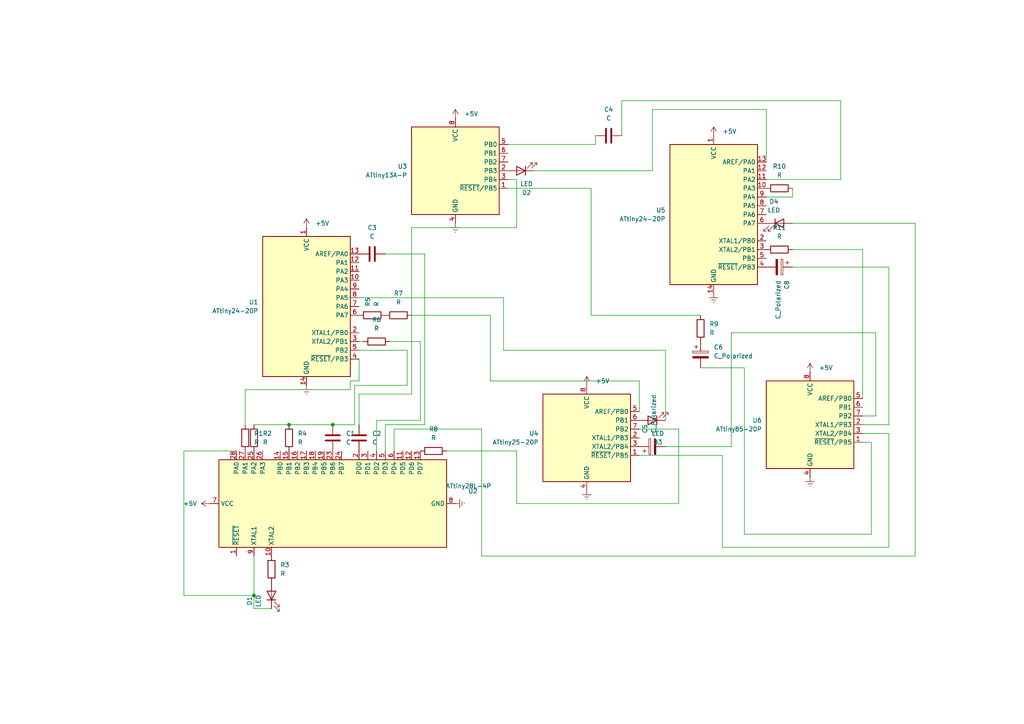
<source format=kicad_sch>
(kicad_sch (version 20211123) (generator eeschema)
  (paper "A4")
  (lib_symbols
    (symbol "Device:C" (pin_numbers hide) (pin_names (offset 0.254))
      (property "Reference" "C" (at 0.635 2.54 0))
      (property "Value" "C" (at 0.635 -2.54 0))
      (symbol "C_0_1"
        (polyline (pts (xy -2.032 -0.762) (xy 2.032 -0.762)) (stroke (width 0.508)))
        (polyline (pts (xy -2.032 0.762) (xy 2.032 0.762)) (stroke (width 0.508)))
      )
      (symbol "C_1_1"
        (pin passive line (at 0 3.81 270) (length 2.794) (name "~") (number "1"))
        (pin passive line (at 0 -3.81 90) (length 2.794) (name "~") (number "2"))
      )
    )
    (symbol "Device:C_Polarized" (pin_numbers hide) (pin_names (offset 0.254))
      (property "Reference" "C" (at 0.635 2.54 0))
      (property "Value" "C_Polarized" (at 0.635 -2.54 0))
      (symbol "C_Polarized_0_1"
        (rectangle (start -2.286 0.508) (end 2.286 1.016))
        (polyline (pts (xy -1.778 2.286) (xy -0.762 2.286)))
        (polyline (pts (xy -1.27 2.794) (xy -1.27 1.778)))
        (rectangle (start 2.286 -0.508) (end -2.286 -1.016) (fill (type outline)))
      )
      (symbol "C_Polarized_1_1"
        (pin passive line (at 0 3.81 270) (length 2.794) (name "~") (number "1"))
        (pin passive line (at 0 -3.81 90) (length 2.794) (name "~") (number "2"))
      )
    )
    (symbol "Device:LED" (pin_numbers hide) (pin_names (offset 1.016) hide)
      (property "Reference" "D" (at 0 2.54 0))
      (property "Value" "LED" (at 0 -2.54 0))
      (symbol "LED_0_1"
        (polyline (pts (xy -1.27 -1.27) (xy -1.27 1.27)) (stroke (width 0.254)))
        (polyline (pts (xy -1.27 0) (xy 1.27 0)))
        (polyline (pts (xy 1.27 -1.27) (xy 1.27 1.27) (xy -1.27 0) (xy 1.27 -1.27)) (stroke (width 0.254)))
        (polyline (pts (xy -3.048 -0.762) (xy -4.572 -2.286) (xy -3.81 -2.286) (xy -4.572 -2.286) (xy -4.572 -1.524)))
        (polyline (pts (xy -1.778 -0.762) (xy -3.302 -2.286) (xy -2.54 -2.286) (xy -3.302 -2.286) (xy -3.302 -1.524)))
      )
      (symbol "LED_1_1"
        (pin passive line (at -3.81 0 0) (length 2.54) (name "K") (number "1"))
        (pin passive line (at 3.81 0 180) (length 2.54) (name "A") (number "2"))
      )
    )
    (symbol "Device:R" (pin_numbers hide) (pin_names (offset 0))
      (property "Reference" "R" (at 2.032 0 90))
      (property "Value" "R" (at 0 0 90))
      (symbol "R_0_1"
        (rectangle (start -1.016 -2.54) (end 1.016 2.54) (stroke (width 0.254)))
      )
      (symbol "R_1_1"
        (pin passive line (at 0 3.81 270) (length 1.27) (name "~") (number "1"))
        (pin passive line (at 0 -3.81 90) (length 1.27) (name "~") (number "2"))
      )
    )
    (symbol "MCU_Microchip_ATtiny:ATtiny13A-P"
      (property "Reference" "U" (at -12.7 13.97 0))
      (property "Value" "ATtiny13A-P" (at 2.54 -13.97 0))
      (symbol "ATtiny13A-P_0_1"
        (rectangle (start -12.7 -12.7) (end 12.7 12.7) (stroke (width 0.254)) (fill (type background)))
      )
      (symbol "ATtiny13A-P_1_1"
        (pin bidirectional line (at 15.24 -5.08 180) (length 2.54) (name "~{RESET}/PB5") (number "1"))
        (pin bidirectional line (at 15.24 0 180) (length 2.54) (name "PB3") (number "2"))
        (pin bidirectional line (at 15.24 -2.54 180) (length 2.54) (name "PB4") (number "3"))
        (pin power_in line (at 0 -15.24 90) (length 2.54) (name "GND") (number "4"))
        (pin bidirectional line (at 15.24 7.62 180) (length 2.54) (name "PB0") (number "5"))
        (pin bidirectional line (at 15.24 5.08 180) (length 2.54) (name "PB1") (number "6"))
        (pin bidirectional line (at 15.24 2.54 180) (length 2.54) (name "PB2") (number "7"))
        (pin power_in line (at 0 15.24 270) (length 2.54) (name "VCC") (number "8"))
      )
    )
    (symbol "MCU_Microchip_ATtiny:ATtiny24-20P"
      (property "Reference" "U" (at -12.7 21.59 0))
      (property "Value" "ATtiny24-20P" (at 2.54 -21.59 0))
      (symbol "ATtiny24-20P_0_1"
        (rectangle (start -12.7 -20.32) (end 12.7 20.32) (stroke (width 0.254)) (fill (type background)))
      )
      (symbol "ATtiny24-20P_1_1"
        (pin power_in line (at 0 22.86 270) (length 2.54) (name "VCC") (number "1"))
        (pin bidirectional line (at 15.24 7.62 180) (length 2.54) (name "PA3") (number "10"))
        (pin bidirectional line (at 15.24 10.16 180) (length 2.54) (name "PA2") (number "11"))
        (pin bidirectional line (at 15.24 12.7 180) (length 2.54) (name "PA1") (number "12"))
        (pin bidirectional line (at 15.24 15.24 180) (length 2.54) (name "AREF/PA0") (number "13"))
        (pin power_in line (at 0 -22.86 90) (length 2.54) (name "GND") (number "14"))
        (pin bidirectional line (at 15.24 -7.62 180) (length 2.54) (name "XTAL1/PB0") (number "2"))
        (pin bidirectional line (at 15.24 -10.16 180) (length 2.54) (name "XTAL2/PB1") (number "3"))
        (pin bidirectional line (at 15.24 -15.24 180) (length 2.54) (name "~{RESET}/PB3") (number "4"))
        (pin bidirectional line (at 15.24 -12.7 180) (length 2.54) (name "PB2") (number "5"))
        (pin bidirectional line (at 15.24 -2.54 180) (length 2.54) (name "PA7") (number "6"))
        (pin bidirectional line (at 15.24 0 180) (length 2.54) (name "PA6") (number "7"))
        (pin bidirectional line (at 15.24 2.54 180) (length 2.54) (name "PA5") (number "8"))
        (pin bidirectional line (at 15.24 5.08 180) (length 2.54) (name "PA4") (number "9"))
      )
    )
    (symbol "MCU_Microchip_ATtiny:ATtiny25-20P"
      (property "Reference" "U" (at -12.7 13.97 0))
      (property "Value" "ATtiny25-20P" (at 2.54 -13.97 0))
      (symbol "ATtiny25-20P_0_1"
        (rectangle (start -12.7 -12.7) (end 12.7 12.7) (stroke (width 0.254)) (fill (type background)))
      )
      (symbol "ATtiny25-20P_1_1"
        (pin bidirectional line (at 15.24 -5.08 180) (length 2.54) (name "~{RESET}/PB5") (number "1"))
        (pin bidirectional line (at 15.24 0 180) (length 2.54) (name "XTAL1/PB3") (number "2"))
        (pin bidirectional line (at 15.24 -2.54 180) (length 2.54) (name "XTAL2/PB4") (number "3"))
        (pin power_in line (at 0 -15.24 90) (length 2.54) (name "GND") (number "4"))
        (pin bidirectional line (at 15.24 7.62 180) (length 2.54) (name "AREF/PB0") (number "5"))
        (pin bidirectional line (at 15.24 5.08 180) (length 2.54) (name "PB1") (number "6"))
        (pin bidirectional line (at 15.24 2.54 180) (length 2.54) (name "PB2") (number "7"))
        (pin power_in line (at 0 15.24 270) (length 2.54) (name "VCC") (number "8"))
      )
    )
    (symbol "MCU_Microchip_ATtiny:ATtiny28L-4P"
      (property "Reference" "U" (at -12.7 34.29 0))
      (property "Value" "ATtiny28L-4P" (at 2.54 -34.29 0))
      (symbol "ATtiny28L-4P_0_1"
        (rectangle (start -12.7 -33.02) (end 12.7 33.02) (stroke (width 0.254)) (fill (type background)))
      )
      (symbol "ATtiny28L-4P_1_1"
        (pin input line (at -15.24 27.94 0) (length 2.54) (name "~{RESET}") (number "1"))
        (pin output line (at -15.24 17.78 0) (length 2.54) (name "XTAL2") (number "10"))
        (pin bidirectional line (at 15.24 -20.32 180) (length 2.54) (name "PD5") (number "11"))
        (pin bidirectional line (at 15.24 -22.86 180) (length 2.54) (name "PD6") (number "12"))
        (pin bidirectional line (at 15.24 -25.4 180) (length 2.54) (name "PD7") (number "13"))
        (pin bidirectional line (at 15.24 15.24 180) (length 2.54) (name "PB0") (number "14"))
        (pin bidirectional line (at 15.24 12.7 180) (length 2.54) (name "PB1") (number "15"))
        (pin bidirectional line (at 15.24 10.16 180) (length 2.54) (name "PB2") (number "16"))
        (pin bidirectional line (at 15.24 7.62 180) (length 2.54) (name "PB3") (number "17"))
        (pin bidirectional line (at 15.24 5.08 180) (length 2.54) (name "PB4") (number "18"))
        (pin bidirectional line (at 15.24 2.54 180) (length 2.54) (name "PB5") (number "19"))
        (pin bidirectional line (at 15.24 -7.62 180) (length 2.54) (name "PD0") (number "2"))
        (pin passive line (at 0 35.56 270) (length 2.54) hide (name "VCC") (number "20"))
        (pin no_connect line (at -12.7 -30.48 0) (length 2.54) hide (name "NC") (number "21"))
        (pin passive line (at 0 -35.56 90) (length 2.54) hide (name "GND") (number "22"))
        (pin bidirectional line (at 15.24 0 180) (length 2.54) (name "PB6") (number "23"))
        (pin bidirectional line (at 15.24 -2.54 180) (length 2.54) (name "PB7") (number "24"))
        (pin bidirectional line (at 15.24 22.86 180) (length 2.54) (name "PA2") (number "25"))
        (pin bidirectional line (at 15.24 20.32 180) (length 2.54) (name "PA3") (number "26"))
        (pin bidirectional line (at 15.24 25.4 180) (length 2.54) (name "PA1") (number "27"))
        (pin bidirectional line (at 15.24 27.94 180) (length 2.54) (name "PA0") (number "28"))
        (pin bidirectional line (at 15.24 -10.16 180) (length 2.54) (name "PD1") (number "3"))
        (pin bidirectional line (at 15.24 -12.7 180) (length 2.54) (name "PD2") (number "4"))
        (pin bidirectional line (at 15.24 -15.24 180) (length 2.54) (name "PD3") (number "5"))
        (pin bidirectional line (at 15.24 -17.78 180) (length 2.54) (name "PD4") (number "6"))
        (pin power_in line (at 0 35.56 270) (length 2.54) (name "VCC") (number "7"))
        (pin power_in line (at 0 -35.56 90) (length 2.54) (name "GND") (number "8"))
        (pin input line (at -15.24 22.86 0) (length 2.54) (name "XTAL1") (number "9"))
      )
    )
    (symbol "MCU_Microchip_ATtiny:ATtiny85-20P"
      (property "Reference" "U" (at -12.7 13.97 0))
      (property "Value" "ATtiny85-20P" (at 2.54 -13.97 0))
      (symbol "ATtiny85-20P_0_1"
        (rectangle (start -12.7 -12.7) (end 12.7 12.7) (stroke (width 0.254)) (fill (type background)))
      )
      (symbol "ATtiny85-20P_1_1"
        (pin bidirectional line (at 15.24 -5.08 180) (length 2.54) (name "~{RESET}/PB5") (number "1"))
        (pin bidirectional line (at 15.24 0 180) (length 2.54) (name "XTAL1/PB3") (number "2"))
        (pin bidirectional line (at 15.24 -2.54 180) (length 2.54) (name "XTAL2/PB4") (number "3"))
        (pin power_in line (at 0 -15.24 90) (length 2.54) (name "GND") (number "4"))
        (pin bidirectional line (at 15.24 7.62 180) (length 2.54) (name "AREF/PB0") (number "5"))
        (pin bidirectional line (at 15.24 5.08 180) (length 2.54) (name "PB1") (number "6"))
        (pin bidirectional line (at 15.24 2.54 180) (length 2.54) (name "PB2") (number "7"))
        (pin power_in line (at 0 15.24 270) (length 2.54) (name "VCC") (number "8"))
      )
    )
    (symbol "power:+5V" (power) (pin_names (offset 0))
      (property "Value" "+5V" (at 0 3.556 0))
      (symbol "+5V_0_1"
        (polyline (pts (xy -0.762 1.27) (xy 0 2.54)))
        (polyline (pts (xy 0 0) (xy 0 2.54)))
        (polyline (pts (xy 0 2.54) (xy 0.762 1.27)))
      )
      (symbol "+5V_1_1"
        (pin power_in line (at 0 0 90) (length 0) hide (name "+5V") (number "1"))
      )
    )
    (symbol "power:Earth" (power) (pin_names (offset 0))
      (symbol "Earth_0_1"
        (polyline (pts (xy -0.635 -1.905) (xy 0.635 -1.905)))
        (polyline (pts (xy -0.127 -2.54) (xy 0.127 -2.54)))
        (polyline (pts (xy 0 -1.27) (xy 0 0)))
        (polyline (pts (xy 1.27 -1.27) (xy -1.27 -1.27)))
      )
      (symbol "Earth_1_1"
        (pin power_in line (at 0 0 270) (length 0) hide (name "Earth") (number "1"))
      )
    )
  )
  (junction (at 96.52 123.19))
  (junction (at 73.66 172.72))
  (junction (at 83.82 123.19))
  (wire (pts (xy 172.72 41.91) (xy 172.72 39.37)))
  (wire (pts (xy 196.85 124.46) (xy 185.42 124.46)))
  (wire (pts (xy 71.12 123.19) (xy 71.12 113.03)))
  (wire (pts (xy 229.87 57.15) (xy 222.25 57.15)))
  (wire (pts (xy 119.38 66.04) (xy 149.86 66.04)))
  (wire (pts (xy 102.87 111.76) (xy 118.11 111.76)))
  (wire (pts (xy 193.04 129.54) (xy 212.09 129.54)))
  (wire (pts (xy 254 96.52) (xy 254 120.65)))
  (wire (pts (xy 73.66 176.53) (xy 73.66 172.72)))
  (wire (pts (xy 215.9 154.94) (xy 252.73 154.94)))
  (wire (pts (xy 109.22 121.92) (xy 109.22 130.81)))
  (wire (pts (xy 139.7 124.46) (xy 114.3 124.46)))
  (wire (pts (xy 68.58 130.81) (xy 53.34 130.81)))
  (wire (pts (xy 215.9 106.68) (xy 215.9 154.94)))
  (wire (pts (xy 149.86 66.04) (xy 149.86 52.07)))
  (wire (pts (xy 252.73 154.94) (xy 252.73 128.27)))
  (wire (pts (xy 212.09 129.54) (xy 212.09 96.52)))
  (wire (pts (xy 104.14 110.49) (xy 104.14 104.14)))
  (wire (pts (xy 149.86 146.05) (xy 196.85 146.05)))
  (wire (pts (xy 229.87 72.39) (xy 250.19 72.39)))
  (wire (pts (xy 73.66 172.72) (xy 73.66 161.29)))
  (wire (pts (xy 243.84 52.07) (xy 222.25 52.07)))
  (wire (pts (xy 104.14 123.19) (xy 104.14 114.3)))
  (wire (pts (xy 180.34 29.21) (xy 243.84 29.21)))
  (wire (pts (xy 257.81 125.73) (xy 250.19 125.73)))
  (wire (pts (xy 111.76 73.66) (xy 123.19 73.66)))
  (wire (pts (xy 154.94 49.53) (xy 189.23 49.53)))
  (wire (pts (xy 193.04 101.6) (xy 146.05 101.6)))
  (wire (pts (xy 111.76 123.19) (xy 111.76 130.81)))
  (wire (pts (xy 146.05 86.36) (xy 104.14 86.36)))
  (wire (pts (xy 185.42 132.08) (xy 209.55 132.08)))
  (wire (pts (xy 118.11 111.76) (xy 118.11 101.6)))
  (wire (pts (xy 149.86 52.07) (xy 147.32 52.07)))
  (wire (pts (xy 104.14 114.3) (xy 119.38 114.3)))
  (wire (pts (xy 101.6 113.03) (xy 101.6 110.49)))
  (wire (pts (xy 209.55 132.08) (xy 209.55 158.75)))
  (wire (pts (xy 104.14 99.06) (xy 105.41 99.06)))
  (wire (pts (xy 121.92 99.06) (xy 121.92 121.92)))
  (wire (pts (xy 102.87 123.19) (xy 102.87 111.76)))
  (wire (pts (xy 113.03 99.06) (xy 121.92 99.06)))
  (wire (pts (xy 171.45 54.61) (xy 147.32 54.61)))
  (wire (pts (xy 203.2 106.68) (xy 215.9 106.68)))
  (wire (pts (xy 83.82 123.19) (xy 96.52 123.19)))
  (wire (pts (xy 257.81 123.19) (xy 250.19 123.19)))
  (wire (pts (xy 229.87 64.77) (xy 265.43 64.77)))
  (wire (pts (xy 257.81 77.47) (xy 257.81 123.19)))
  (wire (pts (xy 123.19 123.19) (xy 111.76 123.19)))
  (wire (pts (xy 142.24 110.49) (xy 185.42 110.49)))
  (wire (pts (xy 71.12 113.03) (xy 101.6 113.03)))
  (wire (pts (xy 119.38 66.04) (xy 119.38 114.3)))
  (wire (pts (xy 252.73 128.27) (xy 250.19 128.27)))
  (wire (pts (xy 119.38 91.44) (xy 142.24 91.44)))
  (wire (pts (xy 212.09 96.52) (xy 254 96.52)))
  (wire (pts (xy 101.6 110.49) (xy 104.14 110.49)))
  (wire (pts (xy 53.34 172.72) (xy 73.66 172.72)))
  (wire (pts (xy 222.25 31.75) (xy 222.25 46.99)))
  (wire (pts (xy 121.92 121.92) (xy 109.22 121.92)))
  (wire (pts (xy 257.81 158.75) (xy 257.81 125.73)))
  (wire (pts (xy 114.3 124.46) (xy 114.3 130.81)))
  (wire (pts (xy 123.19 73.66) (xy 123.19 123.19)))
  (wire (pts (xy 189.23 31.75) (xy 222.25 31.75)))
  (wire (pts (xy 96.52 123.19) (xy 102.87 123.19)))
  (wire (pts (xy 53.34 130.81) (xy 53.34 172.72)))
  (wire (pts (xy 189.23 49.53) (xy 189.23 31.75)))
  (wire (pts (xy 196.85 146.05) (xy 196.85 124.46)))
  (wire (pts (xy 129.54 130.81) (xy 149.86 130.81)))
  (wire (pts (xy 229.87 77.47) (xy 257.81 77.47)))
  (wire (pts (xy 185.42 110.49) (xy 185.42 119.38)))
  (wire (pts (xy 146.05 101.6) (xy 146.05 86.36)))
  (wire (pts (xy 254 120.65) (xy 250.19 120.65)))
  (wire (pts (xy 265.43 64.77) (xy 265.43 161.29)))
  (wire (pts (xy 229.87 54.61) (xy 229.87 57.15)))
  (wire (pts (xy 142.24 91.44) (xy 142.24 110.49)))
  (wire (pts (xy 180.34 39.37) (xy 180.34 29.21)))
  (wire (pts (xy 250.19 72.39) (xy 250.19 115.57)))
  (wire (pts (xy 73.66 123.19) (xy 83.82 123.19)))
  (wire (pts (xy 147.32 41.91) (xy 172.72 41.91)))
  (wire (pts (xy 149.86 130.81) (xy 149.86 146.05)))
  (wire (pts (xy 209.55 158.75) (xy 257.81 158.75)))
  (wire (pts (xy 243.84 29.21) (xy 243.84 52.07)))
  (wire (pts (xy 139.7 161.29) (xy 139.7 124.46)))
  (wire (pts (xy 78.74 176.53) (xy 73.66 176.53)))
  (wire (pts (xy 193.04 121.92) (xy 193.04 101.6)))
  (wire (pts (xy 171.45 91.44) (xy 171.45 54.61)))
  (wire (pts (xy 203.2 91.44) (xy 171.45 91.44)))
  (wire (pts (xy 265.43 161.29) (xy 139.7 161.29)))
  (wire (pts (xy 118.11 101.6) (xy 104.14 101.6)))
  (symbol (lib_id "Device:R") (at 125.73 130.81 90) (unit 1)
    (property "Reference" "R8" (at 125.73 124.46 90))
    (property "Value" "R" (at 125.73 127 90))
    (property "Footprint" "Resistor_THT:R_Axial_DIN0309_L9.0mm_D3.2mm_P15.24mm_Horizontal" (effects hide))
  )
  (symbol (lib_id "power:+5V") (at 88.9 66.04 0) (unit 1)
    (property "Reference" "#PWR0103" (effects hide))
    (property "Value" "+5V" (at 91.44 64.7699 0) (effects (justify left)))
  )
  (symbol (lib_id "Device:C_Polarized") (at 203.2 102.87 0) (unit 1)
    (property "Reference" "C6" (at 207.01 100.7109 0) (effects (justify left)))
    (property "Value" "C_Polarized" (at 207.01 103.2509 0) (effects (justify left)))
    (property "Footprint" "Capacitor_THT:CP_Axial_L10.0mm_D4.5mm_P15.00mm_Horizontal" (effects hide))
  )
  (symbol (lib_id "power:Earth") (at 132.08 64.77 0) (unit 1)
    (property "Reference" "#PWR0102" (effects hide))
    (property "Value" "Earth" (effects hide))
  )
  (symbol (lib_id "MCU_Microchip_ATtiny:ATtiny13A-P") (at 132.08 49.53 0) (unit 1)
    (property "Reference" "U3" (at 118.11 48.2599 0) (effects (justify right)))
    (property "Value" "ATtiny13A-P" (at 118.11 50.7999 0) (effects (justify right)))
    (property "Footprint" "Package_DIP:DIP-8_W7.62mm" (effects hide))
    (property "Datasheet" "http://ww1.microchip.com/downloads/en/DeviceDoc/doc8126.pdf" (effects hide))
  )
  (symbol (lib_id "Device:R") (at 71.12 127 0) (unit 1)
    (property "Reference" "R1" (at 73.66 125.7299 0) (effects (justify left)))
    (property "Value" "R" (at 73.66 128.2699 0) (effects (justify left)))
    (property "Footprint" "Resistor_THT:R_Axial_DIN0309_L9.0mm_D3.2mm_P15.24mm_Horizontal" (effects hide))
  )
  (symbol (lib_id "Device:LED") (at 151.13 49.53 180) (unit 1)
    (property "Reference" "D2" (at 152.7175 55.88 0))
    (property "Value" "LED" (at 152.7175 53.34 0))
    (property "Footprint" "LED_THT:LED_D5.0mm" (effects hide))
  )
  (symbol (lib_id "Device:R") (at 226.06 72.39 90) (unit 1)
    (property "Reference" "R11" (at 226.06 66.04 90))
    (property "Value" "R" (at 226.06 68.58 90))
    (property "Footprint" "Resistor_THT:R_Axial_DIN0309_L9.0mm_D3.2mm_P15.24mm_Horizontal" (effects hide))
  )
  (symbol (lib_id "power:Earth") (at 88.9 111.76 0) (unit 1)
    (property "Reference" "#PWR0104" (effects hide))
    (property "Value" "Earth" (effects hide))
  )
  (symbol (lib_id "power:+5V") (at 207.01 39.37 0) (unit 1)
    (property "Reference" "#PWR0107" (effects hide))
    (property "Value" "+5V" (at 209.55 38.0999 0) (effects (justify left)))
  )
  (symbol (lib_id "power:+5V") (at 234.95 107.95 0) (unit 1)
    (property "Reference" "#PWR0110" (effects hide))
    (property "Value" "+5V" (at 237.49 106.6799 0) (effects (justify left)))
  )
  (symbol (lib_id "power:+5V") (at 170.18 111.76 0) (unit 1)
    (property "Reference" "#PWR0109" (effects hide))
    (property "Value" "+5V" (at 172.72 110.4899 0) (effects (justify left)))
  )
  (symbol (lib_id "power:+5V") (at 60.96 146.05 90) (unit 1)
    (property "Reference" "#PWR0112" (effects hide))
    (property "Value" "+5V" (at 57.15 146.0499 90) (effects (justify left)))
  )
  (symbol (lib_id "Device:LED") (at 189.23 121.92 180) (unit 1)
    (property "Reference" "D3" (at 190.8175 128.27 0))
    (property "Value" "LED" (at 190.8175 125.73 0))
    (property "Footprint" "LED_THT:LED_D5.0mm" (effects hide))
  )
  (symbol (lib_id "Device:C") (at 107.95 73.66 90) (unit 1)
    (property "Reference" "C3" (at 107.95 66.04 90))
    (property "Value" "C" (at 107.95 68.58 90))
    (property "Footprint" "Capacitor_THT:C_Disc_D3.4mm_W2.1mm_P2.50mm" (effects hide))
  )
  (symbol (lib_id "MCU_Microchip_ATtiny:ATtiny24-20P") (at 88.9 88.9 0) (unit 1)
    (property "Reference" "U1" (at 74.93 87.6299 0) (effects (justify right)))
    (property "Value" "ATtiny24-20P" (at 74.93 90.1699 0) (effects (justify right)))
    (property "Footprint" "Package_DIP:DIP-14_W7.62mm" (effects hide))
    (property "Datasheet" "http://ww1.microchip.com/downloads/en/DeviceDoc/doc8006.pdf" (effects hide))
  )
  (symbol (lib_id "power:Earth") (at 132.08 146.05 90) (unit 1)
    (property "Reference" "#PWR0111" (effects hide))
    (property "Value" "Earth" (effects hide))
  )
  (symbol (lib_id "Device:LED") (at 226.06 64.77 0) (unit 1)
    (property "Reference" "D4" (at 224.4725 58.42 0))
    (property "Value" "LED" (at 224.4725 60.96 0))
    (property "Footprint" "LED_THT:LED_D5.0mm" (effects hide))
  )
  (symbol (lib_id "Device:R") (at 83.82 127 0) (unit 1)
    (property "Reference" "R4" (at 86.36 125.7299 0) (effects (justify left)))
    (property "Value" "R" (at 86.36 128.2699 0) (effects (justify left)))
    (property "Footprint" "Resistor_THT:R_Axial_DIN0309_L9.0mm_D3.2mm_P15.24mm_Horizontal" (effects hide))
  )
  (symbol (lib_id "Device:C") (at 104.14 127 0) (unit 1)
    (property "Reference" "C2" (at 107.95 125.7299 0) (effects (justify left)))
    (property "Value" "C" (at 107.95 128.2699 0) (effects (justify left)))
    (property "Footprint" "Capacitor_THT:C_Disc_D3.4mm_W2.1mm_P2.50mm" (effects hide))
  )
  (symbol (lib_id "power:Earth") (at 207.01 85.09 0) (unit 1)
    (property "Reference" "#PWR0106" (effects hide))
    (property "Value" "Earth" (effects hide))
  )
  (symbol (lib_id "Device:R") (at 73.66 127 180) (unit 1)
    (property "Reference" "R2" (at 76.2 125.7299 0) (effects (justify right)))
    (property "Value" "R" (at 76.2 128.2699 0) (effects (justify right)))
    (property "Footprint" "Resistor_THT:R_Axial_DIN0309_L9.0mm_D3.2mm_P15.24mm_Horizontal" (effects hide))
  )
  (symbol (lib_id "MCU_Microchip_ATtiny:ATtiny24-20P") (at 207.01 62.23 0) (unit 1)
    (property "Reference" "U5" (at 193.04 60.9599 0) (effects (justify right)))
    (property "Value" "ATtiny24-20P" (at 193.04 63.4999 0) (effects (justify right)))
    (property "Footprint" "Package_DIP:DIP-14_W7.62mm" (effects hide))
    (property "Datasheet" "http://ww1.microchip.com/downloads/en/DeviceDoc/doc8006.pdf" (effects hide))
  )
  (symbol (lib_id "power:Earth") (at 234.95 138.43 0) (unit 1)
    (property "Reference" "#PWR0101" (effects hide))
    (property "Value" "Earth" (effects hide))
  )
  (symbol (lib_id "Device:LED") (at 78.74 172.72 90) (unit 1)
    (property "Reference" "D1" (at 72.39 174.3075 0))
    (property "Value" "LED" (at 74.93 174.3075 0))
    (property "Footprint" "LED_THT:LED_D5.0mm" (effects hide))
  )
  (symbol (lib_id "Device:R") (at 107.95 91.44 90) (unit 1)
    (property "Reference" "R5" (at 106.6799 88.9 0) (effects (justify left)))
    (property "Value" "R" (at 109.2199 88.9 0) (effects (justify left)))
    (property "Footprint" "Resistor_THT:R_Axial_DIN0309_L9.0mm_D3.2mm_P15.24mm_Horizontal" (effects hide))
  )
  (symbol (lib_id "Device:C_Polarized") (at 226.06 77.47 270) (unit 1)
    (property "Reference" "C8" (at 228.2191 81.28 0) (effects (justify left)))
    (property "Value" "C_Polarized" (at 225.6791 81.28 0) (effects (justify left)))
    (property "Footprint" "Capacitor_THT:CP_Axial_L10.0mm_D4.5mm_P15.00mm_Horizontal" (effects hide))
  )
  (symbol (lib_id "MCU_Microchip_ATtiny:ATtiny28L-4P") (at 96.52 146.05 90) (unit 1)
    (property "Reference" "U2" (at 137.16 142.4686 90))
    (property "Value" "ATtiny28L-4P" (at 135.89 140.97 90))
    (property "Footprint" "Package_DIP:DIP-28_W7.62mm" (effects hide))
    (property "Datasheet" "http://ww1.microchip.com/downloads/en/DeviceDoc/doc1062.pdf" (effects hide))
  )
  (symbol (lib_id "Device:R") (at 109.22 99.06 90) (unit 1)
    (property "Reference" "R6" (at 109.22 92.71 90))
    (property "Value" "R" (at 109.22 95.25 90))
    (property "Footprint" "Resistor_THT:R_Axial_DIN0309_L9.0mm_D3.2mm_P15.24mm_Horizontal" (effects hide))
  )
  (symbol (lib_id "Device:R") (at 203.2 95.25 0) (unit 1)
    (property "Reference" "R9" (at 205.74 93.9799 0) (effects (justify left)))
    (property "Value" "R" (at 205.74 96.5199 0) (effects (justify left)))
    (property "Footprint" "Resistor_THT:R_Axial_DIN0309_L9.0mm_D3.2mm_P15.24mm_Horizontal" (effects hide))
  )
  (symbol (lib_id "Device:R") (at 226.06 54.61 90) (unit 1)
    (property "Reference" "R10" (at 226.06 48.26 90))
    (property "Value" "R" (at 226.06 50.8 90))
    (property "Footprint" "Resistor_THT:R_Axial_DIN0309_L9.0mm_D3.2mm_P15.24mm_Horizontal" (effects hide))
  )
  (symbol (lib_id "Device:R") (at 78.74 165.1 0) (unit 1)
    (property "Reference" "R3" (at 81.28 163.8299 0) (effects (justify left)))
    (property "Value" "R" (at 81.28 166.3699 0) (effects (justify left)))
    (property "Footprint" "Resistor_THT:R_Axial_DIN0309_L9.0mm_D3.2mm_P15.24mm_Horizontal" (effects hide))
  )
  (symbol (lib_id "Device:C") (at 96.52 127 0) (unit 1)
    (property "Reference" "C1" (at 100.33 125.7299 0) (effects (justify left)))
    (property "Value" "C" (at 100.33 128.2699 0) (effects (justify left)))
    (property "Footprint" "Capacitor_THT:C_Disc_D3.4mm_W2.1mm_P2.50mm" (effects hide))
  )
  (symbol (lib_id "MCU_Microchip_ATtiny:ATtiny25-20P") (at 170.18 127 0) (unit 1)
    (property "Reference" "U4" (at 156.21 125.7299 0) (effects (justify right)))
    (property "Value" "ATtiny25-20P" (at 156.21 128.2699 0) (effects (justify right)))
    (property "Footprint" "Package_DIP:DIP-8_W7.62mm" (effects hide))
    (property "Datasheet" "http://ww1.microchip.com/downloads/en/DeviceDoc/atmel-2586-avr-8-bit-microcontroller-attiny25-attiny45-attiny85_datasheet.pdf" (effects hide))
  )
  (symbol (lib_id "power:+5V") (at 132.08 34.29 0) (unit 1)
    (property "Reference" "#PWR0105" (effects hide))
    (property "Value" "+5V" (at 134.62 33.0199 0) (effects (justify left)))
  )
  (symbol (lib_id "Device:C_Polarized") (at 189.23 129.54 90) (unit 1)
    (property "Reference" "C5" (at 187.0709 125.73 0) (effects (justify left)))
    (property "Value" "C_Polarized" (at 189.6109 125.73 0) (effects (justify left)))
    (property "Footprint" "Capacitor_THT:CP_Axial_L10.0mm_D4.5mm_P15.00mm_Horizontal" (effects hide))
  )
  (symbol (lib_id "power:Earth") (at 170.18 142.24 0) (unit 1)
    (property "Reference" "#PWR0108" (effects hide))
    (property "Value" "Earth" (effects hide))
  )
  (symbol (lib_id "Device:R") (at 115.57 91.44 90) (unit 1)
    (property "Reference" "R7" (at 115.57 85.09 90))
    (property "Value" "R" (at 115.57 87.63 90))
    (property "Footprint" "Resistor_THT:R_Axial_DIN0309_L9.0mm_D3.2mm_P15.24mm_Horizontal" (effects hide))
  )
  (symbol (lib_id "Device:C") (at 176.53 39.37 270) (unit 1)
    (property "Reference" "C4" (at 176.53 31.75 90))
    (property "Value" "C" (at 176.53 34.29 90))
    (property "Footprint" "Capacitor_THT:C_Disc_D3.4mm_W2.1mm_P2.50mm" (effects hide))
  )
  (symbol (lib_id "MCU_Microchip_ATtiny:ATtiny85-20P") (at 234.95 123.19 0) (unit 1)
    (property "Reference" "U6" (at 220.98 121.9199 0) (effects (justify right)))
    (property "Value" "ATtiny85-20P" (at 220.98 124.4599 0) (effects (justify right)))
    (property "Footprint" "Package_DIP:DIP-8_W7.62mm" (effects hide))
    (property "Datasheet" "http://ww1.microchip.com/downloads/en/DeviceDoc/atmel-2586-avr-8-bit-microcontroller-attiny25-attiny45-attiny85_datasheet.pdf" (effects hide))
  )
)
</source>
